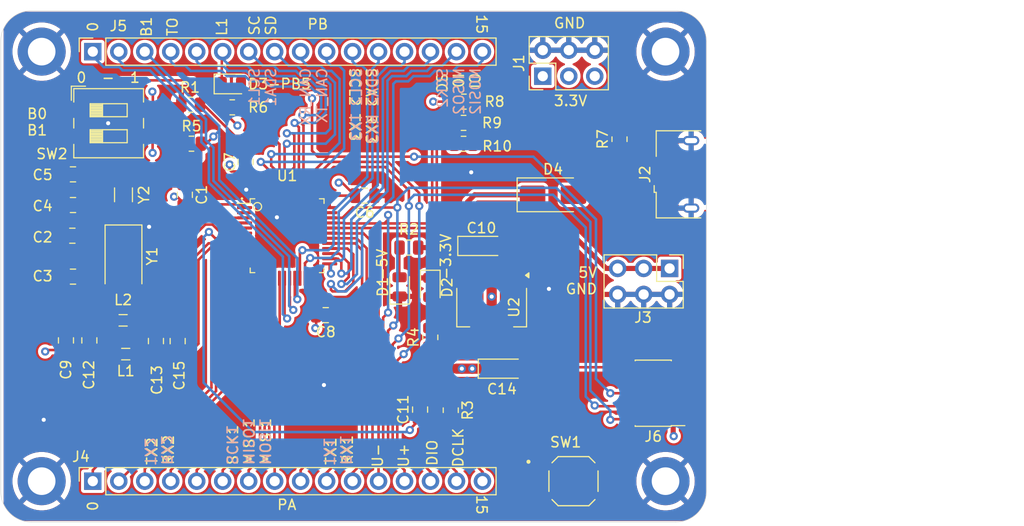
<source format=kicad_pcb>
(kicad_pcb (version 20240108) (generator "pcbnew") (generator_version "8.0")
  (title_block (date "2020-07-01") (rev "0.0.2"))
  (layers (0 "F.Cu" signal) (1 "In1.Cu" power) (2 "In2.Cu" power) (31 "B.Cu" signal) (34 "B.Paste" user) (35 "F.Paste" user) (36 "B.SilkS" user "B.Silkscreen") (37 "F.SilkS" user "F.Silkscreen") (38 "B.Mask" user) (39 "F.Mask" user) (44 "Edge.Cuts" user))
  (net 0 "")
  (net 1 "VCC")
  (net 2 "GND")
  (net 3 "+5V")
  (net 4 "GNDA")
  (net 5 "/STM32F103CB/OSC_IN")
  (net 6 "/STM32F103CB/OSC_OUT")
  (net 7 "/STM32F103CB/OSC32_IN")
  (net 8 "/PB5")
  (net 9 "/STM32F103CB/OSC32_OUT")
  (net 10 "/STM32F103CB/RST")
  (net 11 "Net-(D1-A)")
  (net 12 "Net-(D2-A)")
  (net 13 "Net-(D3-A)")
  (net 14 "/PA12")
  (net 15 "/PA11")
  (net 16 "/PB9")
  (net 17 "/PB8")
  (net 18 "/PB7")
  (net 19 "/PB6")
  (net 20 "/PB4")
  (net 21 "/PB3")
  (net 22 "/PA15")
  (net 23 "/PA14")
  (net 24 "/PA13")
  (net 25 "/PA10")
  (net 26 "/PA9")
  (net 27 "/PA8")
  (net 28 "/PB15")
  (net 29 "/PB14")
  (net 30 "/PB13")
  (net 31 "/PB12")
  (net 32 "/PB11")
  (net 33 "/PB10")
  (net 34 "/PB1")
  (net 35 "/PB0")
  (net 36 "/PA7")
  (net 37 "/PA6")
  (net 38 "/PA5")
  (net 39 "/PA4")
  (net 40 "/PA3")
  (net 41 "/PA2")
  (net 42 "/PA1")
  (net 43 "/PA0")
  (net 44 "/USB/USB_P")
  (net 45 "/USB/USB_N")
  (net 46 "/STM32F103CB/BOOT0")
  (net 48 "/STM32F103CB/PC13")
  (net 49 "/PB2")
  (net 51 "/STM32F103CB/_VDDA")
  (net 52 "unconnected-(J2-ID-Pad4)")
  (net 53 "/USB/VCC_USB")
  (footprint "MountingHole:MountingHole_2.7mm_M2.5_DIN965_Pad" (layer "F.Cu") (at 165 116)
    (property "Reference" "H2" (hide yes))
    (property "Value" "MountingHole" (hide yes))
  )
  (footprint "MountingHole:MountingHole_2.7mm_M2.5_DIN965_Pad" (layer "F.Cu") (at 165 74)
    (property "Reference" "H1" (hide yes))
    (property "Value" "MountingHole" (hide yes))
  )
  (footprint "MountingHole:MountingHole_2.7mm_M2.5_DIN965_Pad" (layer "F.Cu") (at 104 74)
    (property "Reference" "H3" (hide yes))
    (property "Value" "MountingHole" (hide yes))
  )
  (footprint "MountingHole:MountingHole_2.7mm_M2.5_DIN965_Pad" (layer "F.Cu") (at 104 116)
    (property "Reference" "H4" (hide yes))
    (property "Value" "MountingHole" (hide yes))
  )
  (footprint "Crystal:Crystal_SMD_5032-2Pin_5.0x3.2mm" (layer "F.Cu") (at 112 94 -90)
    (property "Reference" "Y1")
    (property "Value" "8MHz")
  )
  (footprint "Resistor_SMD:R_0805_2012Metric" (layer "F.Cu") (at 122.632 79.446)
    (property "Reference" "R6")
    (property "Value" "1K")
  )
  (footprint "Crystal:Crystal_SMD_3215-2Pin_3.2x1.5mm" (layer "F.Cu") (at 112 88 -90)
    (property "Reference" "Y2")
    (property "Value" "32.768kHz")
  )
  (footprint "Capacitor_Tantalum_SMD:CP_EIA-3216-18_Kemet-A" (layer "F.Cu") (at 149 105)
    (property "Reference" "C14")
    (property "Value" "10uf")
  )
  (footprint "Capacitor_SMD:C_0805_2012Metric" (layer "F.Cu") (at 115.174 102.3005 90)
    (property "Reference" "C13")
    (property "Value" "1uF")
  )
  (footprint "Capacitor_SMD:C_0805_2012Metric" (layer "F.Cu") (at 107.0625 86 180)
    (property "Reference" "C5")
    (property "Value" "10pf")
  )
  (footprint "Capacitor_SMD:C_0805_2012Metric" (layer "F.Cu") (at 118 88 -90)
    (property "Reference" "C1")
    (property "Value" "100nf")
  )
  (footprint "Resistor_SMD:R_0805_2012Metric" (layer "F.Cu") (at 139.904 93.162 180)
    (property "Reference" "R2")
    (property "Value" "10K")
  )
  (footprint "Capacitor_SMD:C_0805_2012Metric" (layer "F.Cu") (at 131.776 99.766 180)
    (property "Reference" "C8")
    (property "Value" "100nf")
  )
  (footprint "Capacitor_SMD:C_0805_2012Metric" (layer "F.Cu") (at 106.376 102.238 90)
    (property "Reference" "C9")
    (property "Value" "1uF")
  )
  (footprint "Resistor_SMD:R_0805_2012Metric" (layer "F.Cu") (at 160.5 82.5625 90)
    (property "Reference" "R7")
    (property "Value" "100K")
  )
  (footprint "Resistor_SMD:R_0805_2012Metric" (layer "F.Cu") (at 144 109.0625 -90)
    (property "Reference" "R3")
    (property "Value" "10K")
  )
  (footprint "LED_SMD:LED_0805_2012Metric" (layer "F.Cu") (at 142 97.0625 -90)
    (property "Reference" "D2")
    (property "Value" "BLUE")
  )
  (footprint "Resistor_SMD:R_0805_2012Metric" (layer "F.Cu") (at 142 101.9375 90)
    (property "Reference" "R4")
    (property "Value" "1K")
  )
  (footprint "Resistor_SMD:R_0805_2012Metric" (layer "F.Cu") (at 118.568 79.192 180)
    (property "Reference" "R1")
    (property "Value" "10K")
  )
  (footprint "Package_TO_SOT_SMD:SOT-223-3_TabPin2" (layer "F.Cu") (at 148 99 -90)
    (property "Reference" "U2")
    (property "Value" "AMS1117-3.3")
  )
  (footprint "STM32103_Devel:SW_PTS526_SM08_SMTR2_LFS" (layer "F.Cu") (at 156 116)
    (property "Reference" "SW1")
    (property "Value" "SW_Push")
  )
  (footprint "Resistor_SMD:R_0805_2012Metric" (layer "F.Cu") (at 118.6465 83.002 180)
    (property "Reference" "R5")
    (property "Value" "10K")
  )
  (footprint "Capacitor_SMD:C_0805_2012Metric" (layer "F.Cu") (at 107.0625 96 180)
    (property "Reference" "C3")
    (property "Value" "20pf")
  )
  (footprint "LED_SMD:LED_0805_2012Metric" (layer "F.Cu") (at 122.5535 77.16)
    (property "Reference" "D3")
    (property "Value" "GREEN")
  )
  (footprint "Resistor_SMD:R_0805_2012Metric" (layer "F.Cu") (at 145.254 80.97)
    (property "Reference" "R9")
    (property "Value" "20")
  )
  (footprint "LED_SMD:LED_0805_2012Metric" (layer "F.Cu") (at 139 97 90)
    (property "Reference" "D1")
    (property "Value" "RED")
  )
  (footprint "Capacitor_SMD:C_0805_2012Metric" (layer "F.Cu") (at 108.662 102.238 90)
    (property "Reference" "C12")
    (property "Value" "10nF")
  )
  (footprint "STM32103_Devel:LQFP-48_7x7mm_P0.5mm" (layer "F.Cu") (at 128 92)
    (property "Reference" "U1")
    (property "Value" "STM32F103CBTx")
  )
  (footprint "Capacitor_SMD:C_0805_2012Metric" (layer "F.Cu") (at 107.0625 89 180)
    (property "Reference" "C4")
    (property "Value" "10pf")
  )
  (footprint "Inductor_SMD:L_0805_2012Metric" (layer "F.Cu") (at 111.964 100.274 180)
    (property "Reference" "L2")
    (property "Value" "10uH")
  )
  (footprint "Diode_SMD:D_SMA" (layer "F.Cu") (at 154 88)
    (property "Reference" "D4")
    (property "Value" "ss14")
  )
  (footprint "Capacitor_SMD:C_0805_2012Metric" (layer "F.Cu") (at 107 92 180)
    (property "Reference" "C2")
    (property "Value" "20pf")
  )
  (footprint "Capacitor_SMD:C_0805_2012Metric" (layer "F.Cu") (at 141 109 90)
    (property "Reference" "C11")
    (property "Value" "100nf")
  )
  (footprint "Capacitor_Tantalum_SMD:CP_EIA-3216-18_Kemet-A" (layer "F.Cu") (at 147 93)
    (property "Reference" "C10")
    (property "Value" "10uf")
  )
  (footprint "Inductor_SMD:L_0805_2012Metric" (layer "F.Cu") (at 112.218 103.576 180)
    (property "Reference" "L1")
    (property "Value" "10uH")
  )
  (footprint "Resistor_SMD:R_0805_2012Metric" (layer "F.Cu") (at 145.284 78.89 180)
    (property "Reference" "R8")
    (property "Value" "1K5")
  )
  (footprint "Capacitor_SMD:C_0805_2012Metric" (layer "F.Cu") (at 135.586 88.082 180)
    (property "Reference" "C6")
    (property "Value" "100nf")
  )
  (footprint "Connector_USB:USB_Micro-B_Amphenol_10118193-0001LF_Horizontal" (layer "F.Cu") (at 167.5 86 90)
    (property "Reference" "J2")
    (property "Value" "USB_B_Micro")
  )
  (footprint "Capacitor_SMD:C_0805_2012Metric" (layer "F.Cu") (at 117.298 102.306 90)
    (property "Reference" "C15")
    (property "Value" "10nF")
  )
  (footprint "Resistor_SMD:R_0805_2012Metric" (layer "F.Cu") (at 145.254 83.016 180)
    (property "Reference" "R10")
    (property "Value" "20")
  )
  (footprint "Capacitor_SMD:C_0805_2012Metric" (layer "F.Cu") (at 123.9375 84.78 -90)
    (property "Reference" "C7")
    (property "Value" "100nf")
  )
  (footprint "Connector_PinSocket_2.54mm:PinSocket_1x16_P2.54mm_Vertical" (layer "F.Cu") (at 109 74 90)
    (property "Reference" "J5")
    (property "Value" "Conn_01x16")
  )
  (footprint "Connector_PinSocket_2.54mm:PinSocket_1x16_P2.54mm_Vertical" (layer "F.Cu") (at 109 116 90)
    (property "Reference" "J4")
    (property "Value" "Conn_01x16")
  )
  (footprint "Connector_PinHeader_1.27mm:PinHeader_2x05_P1.27mm_Vertical_SMD" (layer "F.Cu") (at 163.8 107.4 180)
    (property "Reference" "J6")
    (property "Value" "Conn_02x05 Odd_Even")
  )
  (footprint "Button_Switch_SMD:SW_DIP_SPSTx02_Slide_6.7x6.64mm_W8.61mm_P2.54mm_LowProfile" (layer "F.Cu") (at 110.55 81)
    (property "Reference" "SW2")
    (property "Value" "SW_DIP_x02")
  )
  (footprint "Connector_PinHeader_2.54mm:PinHeader_2x03_P2.54mm_Vertical" (layer "F.Cu") (at 153 76.4 90)
    (property "Reference" "J1")
    (property "Value" "Conn_02x03_Counter_Clockwise")
  )
  (footprint "Connector_PinHeader_2.54mm:PinHeader_2x03_P2.54mm_Vertical" (layer "F.Cu") (at 165.4 95.2 -90)
    (property "Reference" "J3")
    (property "Value" "Conn_02x03_Counter_Clockwise")
  )
  (gr_line (start 166 70) (end 103 70) (stroke (width 0.05)) (layer "Edge.Cuts"))
  (gr_line (start 100 117) (end 100 73) (stroke (width 0.05)) (layer "Edge.Cuts"))
  (gr_line (start 166 120) (end 103 120) (stroke (width 0.05)) (layer "Edge.Cuts"))
  (gr_line (start 169 73) (end 169 117) (stroke (width 0.05)) (layer "Edge.Cuts"))
  (gr_arc (start 100 73) (mid 100.87868 70.87868) (end 103 70) (stroke (width 0.05)) (layer "Edge.Cuts"))
  (gr_arc (start 169 117) (mid 168.12132 119.12132) (end 166 120) (stroke (width 0.05)) (layer "Edge.Cuts"))
  (gr_arc (start 166 70) (mid 168.12132 70.87868) (end 169 73) (stroke (width 0.05)) (layer "Edge.Cuts"))
  (gr_arc (start 103 120) (mid 100.87868 119.12132) (end 100 117) (stroke (width 0.05)) (layer "Edge.Cuts"))
  (gr_text "SCK2\nMISO2\nMOSI2" (at 147 75.5 90) (layer "B.SilkS") (effects (font (size 1 1)) (justify left bottom mirror)))
  (gr_text "SCL1\nSDA1" (at 127 75.5 90) (layer "B.SilkS") (effects (font (size 1 1)) (justify left bottom mirror)))
  (gr_text "RX1\nTX1\n" (at 131.5 114.5 270) (layer "B.SilkS") (effects (font (size 1 1)) (justify left bottom mirror)))
  (gr_text "SCL2 TX3\nSDA2 RX3" (at 137 75.5 90) (layer "B.SilkS") (effects (font (size 1 1)) (justify left bottom mirror)))
  (gr_text "MOSI1\nMISO1\nSCK1" (at 122 114.5 -90) (layer "B.SilkS") (effects (font (size 1 1)) (justify left bottom mirror)))
  (gr_text "CAN_RX\nCAN_TX" (at 132 75.5 90) (layer "B.SilkS") (effects (font (size 1 1)) (justify left bottom mirror)))
  (gr_text "RX2\nTX2\n" (at 114 114.5 270) (layer "B.SilkS") (effects (font (size 1 1)) (justify left bottom mirror)))
  (gr_text "0  -  1" (at 110.5 76.5406 0) (layer "F.SilkS") (effects (font (size 1 1))))
  (gr_text "-PB5" (at 128.22 77.16 0) (layer "F.SilkS") (effects (font (size 1 1))))
  (gr_text "DCLK" (at 144.73 112.72 90) (layer "F.SilkS") (effects (font (size 1 1))))
  (gr_text "15" (at 147.016 71.318 270) (layer "F.SilkS") (effects (font (size 1 1))))
  (gr_text "B0\nB1" (at 103.556 80.884 0) (layer "F.SilkS") (effects (font (size 1 1))))
  (gr_text "0" (at 108.916 71.572 270) (layer "F.SilkS") (effects (font (size 1 1))))
  (gr_text "U+" (at 139.396 113.482 90) (layer "F.SilkS") (effects (font (size 1 1))))
  (gr_text "15" (at 147.016 118.308 270) (layer "F.SilkS") (effects (font (size 1 1))))
  (gr_text "0" (at 108.916 118.435 270) (layer "F.SilkS") (effects (font (size 1 1))))
  (gr_text "DIO" (at 142.19 113.228 90) (layer "F.SilkS") (effects (font (size 1 1))))
  (gr_text "B1" (at 114.25 71.572 90) (layer "F.SilkS") (effects (font (size 1 1))))
  (gr_text "L1" (at 121.616 71.572 90) (layer "F.SilkS") (effects (font (size 1 1))))
  (gr_text "TO" (at 116.79 71.572 90) (layer "F.SilkS") (effects (font (size 1 1))))
  (gr_text "PB" (at 131 71.318 0) (layer "F.SilkS") (effects (font (size 1 1))))
  (gr_text "PA" (at 127.966 118.308 0) (layer "F.SilkS") (effects (font (size 1 1))))
  (gr_text "U-" (at 136.856 113.482 90) (layer "F.SilkS") (effects (font (size 1 1))))
  (gr_text "TX2\nRX2" (at 117 114.5 90) (layer "F.SilkS") (effects (font (size 1 1)) (justify left bottom)))
  (gr_text "SCK1\nMISO1\nMOSI1" (at 126.5 114.5 90) (layer "F.SilkS") (effects (font (size 1 1)) (justify left bottom)))
  (gr_text "SDA2 RX3\nSCL2 TX3" (at 134 75.5 270) (layer "F.SilkS") (effects (font (size 1 1)) (justify left bottom)))
  (gr_text "GND" (at 154 71.8 0) (layer "F.SilkS") (effects (font (size 1 1)) (justify left bottom)))
  (gr_text "-3.3V" (at 143.523 94.051 90) (layer "F.SilkS") (effects (font (size 1 1))))
  (gr_text "OI\nI0\nSC" (at 142.5 76 270) (layer "F.SilkS") (effects (font (size 1 1)) (justify left bottom)))
  (gr_text "3.3V" (at 154 79.4 0) (layer "F.SilkS") (effects (font (size 1 1)) (justify left bottom)))
  (gr_text "-5V" (at 137.3 94.813 90) (layer "F.SilkS") (effects (font (size 1 1))))
  (gr_text "5V\nGND" (at 158.4 97.8 0) (layer "F.SilkS") (effects (font (size 1 1)) (justify right bottom)))
  (gr_text "TX1\nRX1" (at 134.5 114.5 90) (layer "F.SilkS") (effects (font (size 1 1)) (justify left bottom)))
  (gr_text "SC\nSD" (at 127 72.5 90) (layer "F.SilkS") (effects (font (size 1 1)) (justify left bottom)))
  (segment (start 130.8385 100.9575) (end 130.76 101.036) (width 0.25) (layer "F.Cu") (net 1))
  (segment (start 123.525 88.9375) (end 123.8375 89.25) (width 0.25) (layer "F.Cu") (net 1))
  (segment (start 118 88.9375) (end 123.525 88.9375) (width 0.25) (layer "F.Cu") (net 1))
  (segment (start 121.6945 79.7785) (end 123.14 81.224) (width 0.25) (layer "F.Cu") (net 1))
  (segment (start 122.5535 85.7175) (end 123.9375 85.7175) (width 0.25) (layer "F.Cu") (net 1))
  (segment (start 122.378 85.034) (end 122.378 85.542) (width 0.25) (layer "F.Cu") (net 1))
  (segment (start 123.9375 85.7175) (end 124.8395 85.7175) (width 0.25) (layer "F.Cu") (net 1))
  (segment (start 132.1625 89.25) (end 132.1625 88.4575) (width 0.25) (layer "F.Cu") (net 1))
  (segment (start 130.75 96.1625) (end 130.75 99.6775) (width 0.25) (layer "F.Cu") (net 1))
  (segment (start 132.1625 88.4575) (end 132.538 88.082) (width 0.25) (layer "F.Cu") (net 1))
  (segment (start 130.75 99.6775) (end 130.8385 99.766) (width 0.25) (layer "F.Cu") (net 1))
  (segment (start 122.378 85.542) (end 122.5535 85.7175) (width 0.25) (layer "F.Cu") (net 1))
  (segment (start 145.084 105) (end 144.576 105) (width 1) (layer "F.Cu") (net 1))
  (segment (start 117.244057 88.181557) (end 116.944443 88.181557) (width 0.25) (layer "F.Cu") (net 1))
  (segment (start 132.538 88.082) (end 134.6485 88.082) (width 0.25) (layer "F.Cu") (net 1))
  (segment (start 121.6945 79.446) (end 121.6945 79.7785) (width 0.25) (layer "F.Cu") (net 1))
  (segment (start 125.25 86.128) (end 125.25 87.8375) (width 0.25) (layer "F.Cu") (net 1))
  (segment (start 124.8395 85.7175) (end 125.25 86.128) (width 0.25) (layer "F.Cu") (net 1))
  (segment (start 106.376 103.1755) (end 104.4905 103.1755) (width 0.25) (layer "F.Cu") (net 1))
  (segment (start 104.4905 103.1755) (end 104.344 103.322) (width 0.25) (layer "F.Cu") (net 1))
  (segment (start 108.662 103.1755) (end 106.376 103.1755) (width 0.25) (layer "F.Cu") (net 1))
  (segment (start 111.2805 103.576) (end 109.0625 103.576) (width 0.25) (layer "F.Cu") (net 1))
  (segment (start 109.0625 103.576) (end 108.662 103.1755) (width 0.25) (layer "F.Cu") (net 1))
  (segment (start 146.1 105) (end 145.084 105) (width 1) (layer "F.Cu") (net 1))
  (segment (start 143.968 104.084) (end 143.968 104.392) (width 0.25) (layer "F.Cu") (net 1))
  (segment (start 143.968 104.392) (end 144.576 105) (width 0.25) (layer "F.Cu") (net 1))
  (segment (start 142 102.875) (end 142.759 102.875) (width 0.25) (layer "F.Cu") (net 1))
  (segment (start 142.759 102.875) (end 143.968 104.084) (width 0.25) (layer "F.Cu") (net 1))
  (segment (start 144.576 105) (end 144 105.576) (width 0.25) (layer "F.Cu") (net 1))
  (segment (start 144 105.576) (end 144 108.125) (width 0.25) (layer "F.Cu") (net 1))
  (segment (start 147.65 105) (end 146.1 105) (width 1) (layer "F.Cu") (net 1))
  (segment (start 147.65 105) (end 147.65 102.5) (width 1) (layer "F.Cu") (net 1))
  (segment (start 147.65 102.5) (end 148 102.15) (width 0.25) (layer "F.Cu") (net 1))
  (segment (start 134.6485 88.082) (end 133.3785 86.812) (width 0.25) (layer "F.Cu") (net 1))
  (segment (start 133.3785 86.812) (end 133.046 86.812) (width 0.25) (layer "F.Cu") (net 1))
  (segment (start 118 88.9375) (end 117.244057 88.181557) (width 0.25) (layer "F.Cu") (net 1))
  (segment (start 148 97.956) (end 148 102.15) (width 1) (layer "F.Cu") (net 1))
  (segment (start 148 95.85) (end 148 97.956) (width 1) (layer "F.Cu") (net 1))
  (segment (start 130.8385 99.766) (end 130.8385 100.9575) (width 0.25) (layer "F.Cu") (net 1))
  (segment (start 165.75 111.55) (end 165.8 111.6) (width 0.5) (layer "F.Cu") (net 1))
  (segment (start 114.8463 83.9066) (end 114.8463 82.217) (width 0.25) (layer "F.Cu") (net 1))
  (segment (start 114.8712 79.6521) (end 114.8712 77.9625) (width 0.25) (layer "F.Cu") (net 1))
  (segment (start 114.8712 77.9625) (end 114.8209 77.9122) (width 0.25) (layer "F.Cu") (net 1))
  (segment (start 165.75 109.94) (end 165.75 111.55) (width 0.5) (layer "F.Cu") (net 1))
  (segment (start 144.3465 78.89) (end 142.284 78.89) (width 0.25) (layer "F.Cu") (net 1))
  (segment (start 114.8463 82.217) (end 114.8712 82.1921) (width 0.25) (layer "F.Cu") (net 1))
  (via (at 133.046 86.812) (size 0.8) (drill 0.4) (layers "F.Cu" "B.Cu") (net 1))
  (via (at 123.14 81.224) (size 0.8) (drill 0.4) (layers "F.Cu" "B.Cu") (net 1))
  (via (at 122.378 85.034) (size 0.8) (drill 0.4) (layers "F.Cu" "B.Cu") (net 1))
  (via (at 130.76 101.036) (size 0.8) (drill 0.4) (layers "F.Cu" "B.Cu") (net 1))
  (via (at 116.944443 88.181557) (size 0.8) (drill 0.4) (layers "F.Cu" "B.Cu") (net 1))
  (via (at 104.344 103.322) (size 0.8) (drill 0.4) (layers "F.Cu" "B.Cu") (net 1))
  (via (at 142.284 78.89) (size 0.8) (drill 0.4) (layers "F.Cu" "B.Cu") (net 1))
  (via (at 145.084 105) (size 0.8) (drill 0.4) (layers "F.Cu" "B.Cu") (net 1))
  (via (at 146.1 105) (size 0.8) (drill 0.4) (layers "F.Cu" "B.Cu") (net 1))
  (via (at 114.8463 83.9066) (size 0.8) (drill 0.4) (layers "F.Cu" "B.Cu") (net 1))
  (via (at 148 97.956) (size 0.8) (drill 0.4) (layers "F.Cu" "B.Cu") (net 1))
  (via (at 114.8209 77.9122) (size 0.8) (drill 0.4) (layers "F.Cu" "B.Cu") (net 1))
  (via (at 165.8 111.6) (size 0.8) (drill 0.4) (layers "F.Cu" "B.Cu") (net 1))
  (segment (start 117.298 79.192) (end 117.6305 79.192) (width 0.25) (layer "F.Cu") (net 2))
  (segment (start 117.552 83.002) (end 117.709 83.002) (width 0.25) (layer "F.Cu") (net 2))
  (segment (start 125.75 87.8375) (end 125.75 88.914) (width 0.25) (layer "F.Cu") (net 2))
  (segment (start 130.25 96.1625) (end 130.25 97.736) (width 0.25) (layer "F.Cu") (net 2))
  (segment (start 130.25 97.736) (end 130.125 97.861) (width 0.25) (layer "F.Cu") (net 2))
  (segment (start 131.666 89.75) (end 131.64101 89.72501) (width 0.25) (layer "F.Cu") (net 2))
  (segment (start 132.1625 89.75) (end 132.174 89.75) (width 0.25) (layer "F.Cu") (net 2))
  (segment (start 131.64101 89.72501) (end 131.14899 89.72501) (width 0.25) (layer "F.Cu") (net 2))
  (segment (start 132.174 89.75) (end 132.19899 89.72501) (width 0.25) (layer "F.Cu") (net 2))
  (segment (start 132.1625 89.75) (end 131.666 89.75) (width 0.25) (layer "F.Cu") (net 2))
  (via (at 114.504 91.13) (size 0.8) (drill 0.4) (layers "F.Cu" "B.Cu") (net 2))
  (via (at 153.6 97.2) (size 0.8) (drill 0.4) (layers "F.Cu" "B.Cu") (net 2))
  (via (at 146 85.8) (size 0.8) (drill 0.4) (layers "F.Cu" "B.Cu") (net 2))
  (via (at 104.2 110) (size 0.8) (drill 0.4) (layers "F.Cu" "B.Cu") (net 2))
  (via (at 124 87.5) (size 0.8) (drill 0.4) (layers "F.Cu" "B.Cu") (net 2))
  (via (at 126.378 78.811) (size 0.8) (drill 0.4) (layers "F.Cu" "B.Cu") (net 2))
  (via (at 127 90.2) (size 0.8) (drill 0.4) (layers "F.Cu" "B.Cu") (net 2))
  (via (at 131.6 106.6) (size 0.8) (drill 0.4) (layers "F.Cu" "B.Cu") (net 2))
  (via (at 110.5 81) (size 0.8) (drill 0.4) (layers "F.Cu" "B.Cu") (net 2))
  (segment (start 143.368 93) (end 143.206 93.162) (width 0.5) (layer "F.Cu") (net 3))
  (segment (start 143.206 93.162) (end 140.8415 93.162) (width 0.5) (layer "F.Cu") (net 3))
  (segment (start 145.65 93) (end 143.368 93) (width 0.5) (layer "F.Cu") (net 3))
  (segment (start 145.65 93) (end 145.65 95.8) (width 0.5) (layer "F.Cu") (net 3))
  (segment (start 145.65 95.8) (end 145.7 95.85) (width 0.5) (layer "F.Cu") (net 3))
  (segment (start 162.86 95.2) (end 160.32 95.2) (width 0.5) (layer "F.Cu") (net 3))
  (segment (start 160.32 95.2) (end 159.2 95.2) (width 0.5) (layer "F.Cu") (net 3))
  (segment (start 152 88) (end 146.336 88) (width 0.5) (layer "F.Cu") (net 3))
  (segment (start 159.2 95.2) (end 152 88) (width 0.5) (layer "F.Cu") (net 3))
  (segment (start 145.65 88.686) (end 145.65 93) (width 0.5) (layer "F.Cu") (net 3))
  (segment (start 146.336 88) (end 145.65 88.686) (width 0.5) (layer "F.Cu") (net 3))
  (segment (start 165.4 95.2) (end 162.86 95.2) (width 0.5) (layer "F.Cu") (net 3))
  (segment (start 117.298 101.3685) (end 117.298 95.759005) (width 0.25) (layer "F.Cu") (net 4))
  (segment (start 117.298 95.759005) (end 120.312677 92.744328) (width 0.25) (layer "F.Cu") (net 4))
  (segment (start 120.312677 92.744328) (end 123.831828 92.744328) (width 0.25) (layer "F.Cu") (net 4))
  (segment (start 123.831828 92.744328) (end 123.8375 92.75) (width 0.25) (layer "F.Cu") (net 4))
  (segment (start 115.174 101.363) (end 117.2925 101.363) (width 0.25) (layer "F.Cu") (net 4))
  (segment (start 117.2925 101.363) (end 117.298 101.3685) (width 0.25) (layer "F.Cu") (net 4))
  (segment (start 114.758 100.274) (end 115.174 100.69) (width 0.25) (layer "F.Cu") (net 4))
  (segment (start 115.174 100.69) (end 115.174 101.363) (width 0.25) (layer "F.Cu") (net 4))
  (segment (start 112.9015 100.274) (end 114.758 100.274) (width 0.25) (layer "F.Cu") (net 4))
  (segment (start 118.124587 92.15) (end 112 92.15) (width 0.25) (layer "F.Cu") (net 5))
  (segment (start 119.816259 90.458328) (end 118.124587 92.15) (width 0.25) (layer "F.Cu") (net 5))
  (segment (start 120.885063 90.458328) (end 119.816259 90.458328) (width 0.25) (layer "F.Cu") (net 5))
  (segment (start 121.676735 91.25) (end 120.885063 90.458328) (width 0.25) (layer "F.Cu") (net 5))
  (segment (start 123.8375 91.25) (end 121.676735 91.25) (width 0.25) (layer "F.Cu") (net 5))
  (segment (start 107.9375 92) (end 111.85 92) (width 0.25) (layer "F.Cu") (net 5))
  (segment (start 111.85 92) (end 112 92.15) (width 0.25) (layer "F.Cu") (net 5))
  (segment (start 121.540324 91.75) (end 123.8375 91.75) (width 0.25) (layer "F.Cu") (net 6))
  (segment (start 120.698663 90.908339) (end 121.540324 91.75) (width 0.25) (layer "F.Cu") (net 6))
  (segment (start 120.002659 90.908339) (end 120.698663 90.908339) (width 0.25) (layer "F.Cu") (net 6))
  (segment (start 115.060998 95.85) (end 120.002659 90.908339) (width 0.25) (layer "F.Cu") (net 6))
  (segment (start 112 95.85) (end 115.060998 95.85) (width 0.25) (layer "F.Cu") (net 6))
  (segment (start 108 96) (end 111.85 96) (width 0.25) (layer "F.Cu") (net 6))
  (segment (start 111.85 96) (end 112 95.85) (width 0.25) (layer "F.Cu") (net 6))
  (segment (start 112 89.25) (end 113.012317 90.262317) (width 0.25) (layer "F.Cu") (net 7))
  (segment (start 121.071463 90.008317) (end 121.813146 90.75) (width 0.25) (layer "F.Cu") (net 7))
  (segment (start 108 89) (end 111.75 89) (width 0.25) (layer "F.Cu") (net 7))
  (segment (start 111.75 89) (end 112 89.25) (width 0.25) (layer "F.Cu") (net 7))
  (segment (start 119.375859 90.262317) (end 119.629859 90.008317) (width 0.25) (layer "F.Cu") (net 7))
  (segment (start 119.629859 90.008317) (end 121.071463 90.008317) (width 0.25) (layer "F.Cu") (net 7))
  (segment (start 121.813146 90.75) (end 123.8375 90.75) (width 0.25) (layer "F.Cu") (net 7))
  (segment (start 113.012317 90.262317) (end 119.375859 90.262317) (width 0.25) (layer "F.Cu") (net 7))
  (segment (start 129.150011 81.392011) (end 129.150011 85.627989) (width 0.25) (layer "F.Cu") (net 8))
  (segment (start 129.150011 85.627989) (end 128.75 86.028) (width 0.25) (layer "F.Cu") (net 8))
  (segment (start 121.616 77.16) (end 121.616 74.084) (width 0.25) (layer "F.Cu") (net 8))
  (segment (start 128.75 86.028) (end 128.75 87.8375) (width 0.25) (layer "F.Cu") (net 8))
  (segment (start 128.728 80.97) (end 129.150011 81.392011) (width 0.25) (layer "F.Cu") (net 8))
  (segment (start 121.616 74.084) (end 121.7 74) (width 0.25) (layer "F.Cu") (net 8))
  (via (at 128.728 80.97) (size 0.8) (drill 0.4) (layers "F.Cu" "B.Cu") (net 8))
  (segment (start 128.728 76.398) (end 129.11861 76.78861) (width 0.25) (layer "B.Cu") (net 8))
  (segment (start 124.156 75.382) (end 124.664 75.89) (width 0.25) (layer "B.Cu") (net 8))
  (segment (start 130.88559 77.414) (end 131.522 77.414) (width 0.25) (layer "B.Cu") (net 8))
  (segment (start 124.664 75.89) (end 126.442 75.89) (width 0.25) (layer "B.Cu") (net 8))
  (segment (start 121.7 74.704) (end 122.378 75.382) (width 0.25) (layer "B.Cu") (net 8))
  (segment (start 131.776 77.668) (end 131.776 79.954) (width 0.25) (layer "B.Cu") (net 8))
  (segment (start 121.7 74) (end 121.7 74.704) (width 0.25) (layer "B.Cu") (net 8))
  (segment (start 126.95 76.398) (end 128.728 76.398) (width 0.25) (layer "B.Cu") (net 8))
  (segment (start 130.76 80.97) (end 128.728 80.97) (width 0.25) (layer "B.Cu") (net 8))
  (segment (start 122.378 75.382) (end 124.156 75.382) (width 0.25) (layer "B.Cu") (net 8))
  (segment (start 126.442 75.89) (end 126.95 76.398) (width 0.25) (layer "B.Cu") (net 8))
  (segment (start 131.776 79.954) (end 130.76 80.97) (width 0.25) (layer "B.Cu") (net 8))
  (segment (start 131.522 77.414) (end 131.776 77.668) (width 0.25) (layer "B.Cu") (net 8))
  (segment (start 130.2602 76.78861) (end 130.88559 77.414) (width 0.25) (layer "B.Cu") (net 8))
  (segment (start 129.11861 76.78861) (end 130.2602 76.78861) (width 0.25) (layer "B.Cu") (net 8))
  (segment (start 112 86.75) (end 113.68 86.75) (width 0.25) (layer "F.Cu") (net 9))
  (segment (start 113.68 86.75) (end 116.742306 89.812306) (width 0.25) (layer "F.Cu") (net 9))
  (segment (start 121.949556 90.25) (end 123.8375 90.25) (width 0.25) (layer "F.Cu") (net 9))
  (segment (start 116.742306 89.812306) (end 119.189459 89.812306) (width 0.25) (layer "F.Cu") (net 9))
  (segment (start 119.189459 89.812306) (end 119.443459 89.558306) (width 0.25) (layer "F.Cu") (net 9))
  (segment (start 119.443459 89.558306) (end 121.257863 89.558306) (width 0.25) (layer "F.Cu") (net 9))
  (segment (start 121.257863 89.558306) (end 121.949556 90.25) (width 0.25) (layer "F.Cu") (net 9))
  (segment (start 109 86) (end 109.75 86.75) (width 0.25) (layer "F.Cu") (net 9))
  (segment (start 109.75 86.75) (end 112 86.75) (width 0.25) (layer "F.Cu") (net 9))
  (segment (start 108 86) (end 109 86) (width 0.25) (layer "F.Cu") (net 9))
  (segment (start 120.96732 92.25) (end 120.350661 91.633341) (width 0.25) (layer "F.Cu") (net 10))
  (segment (start 123.8375 92.25) (end 120.96732 92.25) (width 0.25) (layer "F.Cu") (net 10))
  (segment (start 153 105.5) (end 153 110) (width 0.25) (layer "F.Cu") (net 10))
  (segment (start 146.934 109.5) (end 152.5 109.5) (width 0.25) (layer "F.Cu") (net 10))
  (segment (start 153 110) (end 153 114.15) (width 0.25) (layer "F.Cu") (net 10))
  (segment (start 141 109.9375) (end 143.9375 109.9375) (width 0.25) (layer "F.Cu") (net 10))
  (segment (start 159 114.15) (end 153 114.15) (width 0.25) (layer "F.Cu") (net 10))
  (segment (start 143.9375 109.9375) (end 144 110) (width 0.25) (layer "F.Cu") (net 10))
  (segment (start 161.85 104.86) (end 153.64 104.86) (width 0.25) (layer "F.Cu") (net 10))
  (segment (start 146.434 110) (end 146.934 109.5) (width 0.25) (layer "F.Cu") (net 10))
  (segment (start 140 110.9375) (end 141 109.9375) (width 0.25) (layer "F.Cu") (net 10))
  (segment (start 144 110) (end 146.434 110) (width 0.25) (layer "F.Cu") (net 10))
  (segment (start 140 111) (end 140 110.9375) (width 0.25) (layer "F.Cu") (net 10))
  (segment (start 153.64 104.86) (end 153 105.5) (width 0.25) (layer "F.Cu") (net 10))
  (segment (start 152.5 109.5) (end 153 110) (width 0.25) (layer "F.Cu") (net 10))
  (via (at 140 111) (size 0.8) (drill 0.4) (layers "F.Cu" "B.Cu") (net 10))
  (via (at 120.350661 91.633341) (size 0.8) (drill 0.4) (layers "F.Cu" "B.Cu") (net 10))
  (segment (start 120.350661 91.633341) (end 119.838 92.146002) (width 0.25) (layer "B.Cu") (net 10))
  (segment (start 139.804 111.196) (end 140 111) (width 0.25) (layer "B.Cu") (net 10))
  (segment (start 124.664 111.196) (end 139.804 111.196) (width 0.25) (layer "B.Cu") (net 10))
  (segment (start 119.838 92.146002) (end 119.838 106.37) (width 0.25) (layer "B.Cu") (net 10))
  (segment (start 119.838 106.37) (end 124.664 111.196) (width 0.25) (layer "B.Cu") (net 10))
  (segment (start 138.9665 93.162) (end 138.9665 96.029) (width 0.25) (layer "F.Cu") (net 11))
  (segment (start 138.9665 96.029) (end 139 96.0625) (width 0.25) (layer "F.Cu") (net 11))
  (segment (start 142 98) (end 142 101) (width 0.25) (layer "F.Cu") (net 12))
  (segment (start 123.491 77.16) (end 123.491 79.3675) (width 0.25) (layer "F.Cu") (net 13))
  (segment (start 123.491 79.3675) (end 123.5695 79.446) (width 0.25) (layer "F.Cu") (net 13))
  (segment (start 137.39001 113.76201) (end 137.39001 99.99399) (width 0.25) (layer "F.Cu") (net 14))
  (segment (start 138.126 114.498) (end 137.39001 113.76201) (width 0.25) (layer "F.Cu") (net 14))
  (segment (start 139.48 114.92) (end 139.058 114.498) (width 0.25) (layer "F.Cu") (net 14))
  (segment (start 137.39001 99.99399) (end 137.872 99.512) (width 0.25) (layer "F.Cu") (net 14))
  (segment (start 139.48 116) (end 139.48 114.92) (width 0.25) (layer "F.Cu") (net 14))
  (segment (start 139.058 114.498) (end 138.126 114.498) (width 0.25) (layer "F.Cu") (net 14))
  (segment (start 137.872 90.368) (end 137.872 89.969009) (width 0.25) (layer "F.Cu") (net 14))
  (segment (start 137.872 89.969009) (end 137.872 90.431) (width 0.25) (layer "F.Cu") (net 14))
  (segment (start 133.618 90.75) (end 132.1625 90.75) (width 0.25) (layer "F.Cu") (net 14))
  (segment (start 141.9466 90.79999) (end 137.50301 90.79999) (width 0.25) (layer "F.Cu") (net 14))
  (segment (start 137.872 90.431) (end 137.50301 90.79999) (width 0.25) (layer "F.Cu") (net 14))
  (segment (start 143.49651 81.78999) (end 142.701599 81.789991) (width 0.25) (layer "F.Cu") (net 14))
  (segment (start 144.3165 80.97) (end 143.49651 81.78999) (width 0.25) (layer "F.Cu") (net 14))
  (segment (start 137.50301 90.79999) (end 133.66799 90.79999) (width 0.25) (layer "F.Cu") (net 14))
  (segment (start 142.18399 82.3076) (end 142.18399 90.5626) (width 0.25) (layer "F.Cu") (net 14))
  (segment (start 142.18399 90.5626) (end 141.9466 90.79999) (width 0.25) (layer "F.Cu") (net 14))
  (segment (start 142.701599 81.789991) (end 142.18399 82.3076) (width 0.25) (layer "F.Cu") (net 14))
  (segment (start 133.66799 90.79999) (end 133.618 90.75) (width 0.25) (layer "F.Cu") (net 14))
  (via (at 137.872 89.969009) (size 0.8) (drill 0.4) (layers "F.Cu" "B.Cu") (net 14))
  (via (at 137.872 99.512) (size 0.8) (drill 0.4) (layers "F.Cu" "B.Cu") (net 14))
  (segment (start 137.872 99.512) (end 137.872 89.969009) (width 0.25) (layer "B.Cu") (net 14))
  (segment (start 143.5405 82.24) (end 144.282955 82.982455) (width 0.25) (layer "F.Cu") (net 15))
  (segment (start 142.634 82.494) (end 142.888 82.24) (width 0.25) (layer "F.Cu") (net 15))
  (segment (start 136.785 91.25) (end 142.133 91.25) (width 0.25) (layer "F.Cu") (net 15))
  (segment (start 136.94 91.405) (end 136.785 91.25) (width 0.25) (layer "F.Cu") (net 15))
  (segment (start 142.133 91.25) (end 142.634 90.749) (width 0.25) (layer "F.Cu") (net 15))
  (segment (start 142.634 90.749) (end 142.634 82.494) (width 0.25) (layer "F.Cu") (net 15))
  (segment (start 142.888 82.24) (end 143.5405 82.24) (width 0.25) (layer "F.Cu") (net 15))
  (segment (start 136.785 91.25) (end 132.1625 91.25) (width 0.25) (layer "F.Cu") (net 15))
  (segment (start 144.282955 82.982455) (end 144.3165 83.016) (width 0.25) (layer "F.Cu") (net 15))
  (segment (start 136.94 116) (end 136.94 91.405) (width 0.25) (layer "F.Cu") (net 15))
  (segment (start 126.25 87.8375) (end 126.25 85.606301) (width 0.25) (layer "F.Cu") (net 16))
  (segment (start 126.25 85.606301) (end 125.426 84.782301) (width 0.25) (layer "F.Cu") (net 16))
  (via (at 125.426 84.782301) (size 0.8) (drill 0.4) (layers "F.Cu" "B.Cu") (net 16))
  (segment (start 131.86 74.958) (end 131.86 74) (width 0.25) (layer "B.Cu") (net 16))
  (segment (start 133.576042 83.487958) (end 133.576042 75.867958) (width 0.25) (layer "B.Cu") (net 16))
  (segment (start 133.090084 75.382) (end 133.576042 75.867958) (width 0.25) (layer "B.Cu") (net 16))
  (segment (start 125.426 84.782301) (end 132.281699 84.782301) (width 0.25) (layer "B.Cu") (net 16))
  (segment (start 132.284 75.382) (end 131.86 74.958) (width 0.25) (layer "B.Cu") (net 16))
  (segment (start 133.046 75.382) (end 132.284 75.382) (width 0.25) (layer "B.Cu") (net 16))
  (segment (start 133.046 75.382) (end 133.090084 75.382) (width 0.25) (layer "B.Cu") (net 16))
  (segment (start 132.281699 84.782301) (end 133.576042 83.487958) (width 0.25) (layer "B.Cu") (net 16))
  (segment (start 126.442 84.018) (end 126.442 85.161891) (width 0.25) (layer "F.Cu") (net 17))
  (segment (start 126.442 85.161891) (end 126.75 85.469891) (width 0.25) (layer "F.Cu") (net 17))
  (segment (start 126.75 85.469891) (end 126.75 87.8375) (width 0.25) (layer "F.Cu") (net 17))
  (via (at 126.442 84.018) (size 0.8) (drill 0.4) (layers "F.Cu" "B.Cu") (net 17))
  (segment (start 133.126031 76.674041) (end 133.126031 82.921969) (width 0.25) (layer "B.Cu") (net 17))
  (segment (start 129.998 75.382) (end 131.268 75.382) (width 0.25) (layer "B.Cu") (net 17))
  (segment (start 132.03 84.018) (end 126.442 84.018) (width 0.25) (layer "B.Cu") (net 17))
  (segment (start 131.268 75.382) (end 131.776 75.89) (width 0.25) (layer "B.Cu") (net 17))
  (segment (start 133.126031 82.921969) (end 132.03 84.018) (width 0.25) (layer "B.Cu") (net 17))
  (segment (start 131.776 75.89) (end 132.34199 75.89) (width 0.25) (layer "B.Cu") (net 17))
  (segment (start 129.32 74.704) (end 129.998 75.382) (width 0.25) (layer "B.Cu") (net 17))
  (segment (start 129.32 74) (end 129.32 74.704) (width 0.25) (layer "B.Cu") (net 17))
  (segment (start 132.34199 75.89) (end 133.126031 76.674041) (width 0.25) (layer "B.Cu") (net 17))
  (segment (start 127.975 83.002) (end 127.75 83.227) (width 0.25) (layer "F.Cu") (net 18))
  (segment (start 127.75 83.227) (end 127.75 87.8375) (width 0.25) (layer "F.Cu") (net 18))
  (via (at 127.975 83.002) (size 0.8) (drill 0.4) (layers "F.Cu" "B.Cu") (net 18))
  (segment (start 130.75859 75.88859) (end 131.268 76.398) (width 0.25) (layer "B.Cu") (net 18))
  (segment (start 131.268 76.398) (end 132.03 76.398) (width 0.25) (layer "B.Cu") (net 18))
  (segment (start 132.03 76.398) (end 132.67602 77.04402) (width 0.25) (layer "B.Cu") (net 18))
  (segment (start 132.67602 77.04402) (end 132.67602 82.10198) (width 0.25) (layer "B.Cu") (net 18))
  (segment (start 126.78 74) (end 128.162 75.382) (width 0.25) (layer "B.Cu") (net 18))
  (segment (start 131.776 83.002) (end 127.975 83.002) (width 0.25) (layer "B.Cu") (net 18))
  (segment (start 132.67602 82.10198) (end 131.776 83.002) (width 0.25) (layer "B.Cu") (net 18))
  (segment (start 128.162 75.382) (end 128.984821 75.382) (width 0.25) (layer "B.Cu") (net 18))
  (segment (start 128.984821 75.382) (end 129.49141 75.88859) (width 0.25) (layer "B.Cu") (net 18))
  (segment (start 129.49141 75.88859) (end 130.75859 75.88859) (width 0.25) (layer "B.Cu") (net 18))
  (segment (start 128.700001 85.315999) (end 128.25 85.766) (width 0.25) (layer "F.Cu") (net 19))
  (segment (start 128.700001 82.145316) (end 128.700001 85.315999) (width 0.25) (layer "F.Cu") (net 19))
  (segment (start 128.25 85.766) (end 128.25 87.8375) (width 0.25) (layer "F.Cu") (net 19))
  (segment (start 128.540685 81.986) (end 128.700001 82.145316) (width 0.25) (layer "F.Cu") (net 19))
  (segment (start 127.975 81.986) (end 128.540685 81.986) (width 0.25) (layer "F.Cu") (net 19))
  (via (at 127.975 81.986) (size 0.8) (drill 0.4) (layers "F.Cu" "B.Cu") (net 19))
  (segment (start 132.226009 81.535991) (end 131.776 81.986) (width 0.25) (layer "B.Cu") (net 19))
  (segment (start 127.204 75.89) (end 128.856411 75.89) (width 0.25) (layer "B.Cu") (net 19))
  (segment (start 131.90159 76.906) (end 132.226009 77.230419) (width 0.25) (layer "B.Cu") (net 19))
  (segment (start 130.4466 76.3386) (end 131.014 76.906) (width 0.25) (layer "B.Cu") (net 19))
  (segment (start 129.30501 76.3386) (end 130.4466 76.3386) (width 0.25) (layer "B.Cu") (net 19))
  (segment (start 126.696 75.382) (end 127.204 75.89) (width 0.25) (layer "B.Cu") (net 19))
  (segment (start 125.622 75.382) (end 126.696 75.382) (width 0.25) (layer "B.Cu") (net 19))
  (segment (start 132.226009 77.230419) (end 132.226009 81.535991) (width 0.25) (layer "B.Cu") (net 19))
  (segment (start 128.856411 75.89) (end 129.30501 76.3386) (width 0.25) (layer "B.Cu") (net 19))
  (segment (start 124.24 74) (end 125.622 75.382) (width 0.25) (layer "B.Cu") (net 19))
  (segment (start 131.014 76.906) (end 131.90159 76.906) (width 0.25) (layer "B.Cu") (net 19))
  (segment (start 131.776 81.986) (end 127.975 81.986) (width 0.25) (layer "B.Cu") (net 19))
  (segment (start 129.49 81.09559) (end 129.49 80.208) (width 0.25) (layer "F.Cu") (net 20))
  (segment (start 129.25 87.8375) (end 129.25 86.16441) (width 0.25) (layer "F.Cu") (net 20))
  (segment (start 129.25 86.16441) (end 129.600021 85.814389) (width 0.25) (layer "F.Cu") (net 20))
  (segment (start 129.600021 81.205611) (end 129.49 81.09559) (width 0.25) (layer "F.Cu") (net 20))
  (segment (start 129.600021 85.814389) (end 129.600021 81.205611) (width 0.25) (layer "F.Cu") (net 20))
  (via (at 129.49 80.208) (size 0.8) (drill 0.4) (layers "F.Cu" "B.Cu") (net 20))
  (segment (start 124.53559 76.398) (end 126.188 76.398) (width 0.25) (layer "B.Cu") (net 20))
  (segment (start 130.75718 77.922) (end 131.014 77.922) (width 0.25) (layer "B.Cu") (net 20))
  (segment (start 122.24959 75.89) (end 123.902 75.89) (width 0.25) (layer "B.Cu") (net 20))
  (segment (start 123.902 75.89) (end 124.02759 75.89) (width 0.25) (layer "B.Cu") (net 20))
  (segment (start 131.014 77.922) (end 131.32599 78.23399) (width 0.25) (layer "B.Cu") (net 20))
  (segment (start 126.188 76.398) (end 126.696 76.906) (width 0.25) (layer "B.Cu") (net 20))
  (segment (start 128.59959 76.906) (end 128.932209 77.238619) (width 0.25) (layer "B.Cu") (net 20))
  (segment (start 119.584 75.382) (end 121.74159 75.382) (width 0.25) (layer "B.Cu") (net 20))
  (segment (start 119.16 74.958) (end 119.584 75.382) (width 0.25) (layer "B.Cu") (net 20))
  (segment (start 131.32599 78.23399) (end 131.32599 79.7676) (width 0.25) (layer "B.Cu") (net 20))
  (segment (start 128.93221 77.23862) (end 130.0738 77.23862) (width 0.25) (layer "B.Cu") (net 20))
  (segment (start 121.74159 75.382) (end 122.24959 75.89) (width 0.25) (layer "B.Cu") (net 20))
  (segment (start 126.696 76.906) (end 128.59959 76.906) (width 0.25) (layer "B.Cu") (net 20))
  (segment (start 128.932209 77.238619) (end 128.93221 77.23862) (width 0.25) (layer "B.Cu") (net 20))
  (segment (start 119.16 74) (end 119.16 74.958) (width 0.25) (layer "B.Cu") (net 20))
  (segment (start 130.0738 77.23862) (end 130.75718 77.922) (width 0.25) (layer "B.Cu") (net 20))
  (segment (start 124.02759 75.89) (end 124.53559 76.398) (width 0.25) (layer "B.Cu") (net 20))
  (segment (start 130.88559 80.208) (end 129.49 80.208) (width 0.25) (layer "B.Cu") (net 20))
  (segment (start 131.32599 79.7676) (end 130.88559 80.208) (width 0.25) (layer "B.Cu") (net 20))
  (segment (start 129.75 87.8375) (end 129.75 86.552) (width 0.25) (layer "F.Cu") (net 21))
  (segment (start 129.75 86.552) (end 132.03 84.272) (width 0.25) (layer "F.Cu") (net 21))
  (segment (start 132.03 84.272) (end 140.412 84.272) (width 0.25) (layer "F.Cu") (net 21))
  (segment (start 130.43584 83.69384) (end 131.014 84.272) (width 0.25) (layer "F.Cu") (net 21))
  (segment (start 130.43584 78.571897) (end 130.43584 83.69384) (width 0.25) (layer "F.Cu") (net 21))
  (segment (start 131.014 84.272) (end 132.03 84.272) (width 0.25) (layer "F.Cu") (net 21))
  (segment (start 161.85 107.4) (end 159.6 107.4) (width 0.25) (layer "F.Cu") (net 21))
  (via (at 140.412 84.272) (size 0.8) (drill 0.4) (layers "F.Cu" "B.Cu") (net 21))
  (via (at 130.43584 78.571897) (size 0.8) (drill 0.4) (layers "F.Cu" "B.Cu") (net 21))
  (via (at 159.6 107.4) (size 0.8) (drill 0.4) (layers "F.Cu" "B.Cu") (net 21))
  (segment (start 124.40718 76.906) (end 125.934 76.906) (width 0.25) (layer "B.Cu") (net 21))
  (segment (start 126.442 77.414) (end 128.47118 77.414) (width 0.25) (layer "B.Cu") (net 21))
  (segment (start 116.62 74.958) (end 117.044 75.382) (width 0.25) (layer "B.Cu") (net 21))
  (segment (start 116.62 74) (end 116.62 74.958) (width 0.25) (layer "B.Cu") (net 21))
  (segment (start 128.47118 77.414) (end 128.745808 77.688628) (width 0.25) (layer "B.Cu") (net 21))
  (segment (start 129.552571 77.688628) (end 130.43584 78.571897) (width 0.25) (layer "B.Cu") (net 21))
  (segment (start 118.568 75.89) (end 121.61318 75.89) (width 0.25) (layer "B.Cu") (net 21))
  (segment (start 122.12118 76.398) (end 123.89918 76.398) (width 0.25) (layer "B.Cu") (net 21))
  (segment (start 125.934 76.906) (end 126.442 77.414) (width 0.25) (layer "B.Cu") (net 21))
  (segment (start 121.61318 75.89) (end 122.12118 76.398) (width 0.25) (layer "B.Cu") (net 21))
  (segment (start 117.044 75.382) (end 118.06 75.382) (width 0.25) (layer "B.Cu") (net 21))
  (segment (start 123.89918 76.398) (end 124.40718 76.906) (width 0.25) (layer "B.Cu") (net 21))
  (segment (start 128.745808 77.688628) (end 129.552571 77.688628) (width 0.25) (layer "B.Cu") (net 21))
  (segment (start 118.06 75.382) (end 118.568 75.89) (width 0.25) (layer "B.Cu") (net 21))
  (segment (start 159.6 107.4) (end 158.2 106) (width 0.25) (layer "B.Cu") (net 21))
  (segment (start 152.072 84.272) (end 140.412 84.272) (width 0.25) (layer "B.Cu") (net 21))
  (segment (start 158.2 106) (end 158.2 90.4) (width 0.25) (layer "B.Cu") (net 21))
  (segment (start 158.2 90.4) (end 152.072 84.272) (width 0.25) (layer "B.Cu") (net 21))
  (segment (start 146.508 114.498) (end 144.73 114.498) (width 0.25) (layer "F.Cu") (net 22))
  (segment (start 144.73 114.498) (end 144.222 113.99) (width 0.25) (layer "F.Cu") (net 22))
  (segment (start 140.92 89.098) (end 140.92 87.828) (width 0.25) (layer "F.Cu") (net 22))
  (segment (start 140.92 87.828) (end 137.872 84.78) (width 0.25) (layer "F.Cu") (net 22))
  (segment (start 140.977991 113.539991) (end 140.92 113.482) (width 0.25) (layer "F.Cu") (net 22))
  (segment (start 140.79441 113.482) (end 140.3444 113.03199) (width 0.25) (layer "F.Cu") (net 22))
  (segment (start 140.3444 113.03199) (end 138.94599 113.03199) (width 0.25) (layer "F.Cu") (net 22))
  (segment (start 130.25 86.814) (end 130.25 87.8375) (width 0.25) (layer "F.Cu") (net 22))
  (segment (start 142.57241 113.99) (end 142.122401 113.539991) (width 0.25) (layer "F.Cu") (net 22))
  (segment (start 147.1 115.09) (end 146.508 114.498) (width 0.25) (layer "F.Cu") (net 22))
  (segment (start 142.122401 113.539991) (end 140.977991 113.539991) (width 0.25) (layer "F.Cu") (net 22))
  (segment (start 147.1 116) (end 147.1 115.09) (width 0.25) (layer "F.Cu") (net 22))
  (segment (start 138.77202 104.19998) (end 139.396 103.576) (width 0.25) (layer "F.Cu") (net 22))
  (segment (start 144.222 113.99) (end 142.57241 113.99) (width 0.25) (layer "F.Cu") (net 22))
  (segment (start 138.77202 112.85802) (end 138.77202 104.19998) (width 0.25) (layer "F.Cu") (net 22))
  (segment (start 138.94599 113.03199) (end 138.77202 112.85802) (width 0.25) (layer "F.Cu") (net 22))
  (segment (start 132.284 84.78) (end 130.25 86.814) (width 0.25) (layer "F.Cu") (net 22))
  (segment (start 137.872 84.78) (end 132.284 84.78) (width 0.25) (layer "F.Cu") (net 22))
  (segment (start 140.92 113.482) (end 140.79441 113.482) (width 0.25) (layer "F.Cu") (net 22))
  (via (at 140.92 89.098) (size 0.8) (drill 0.4) (layers "F.Cu" "B.Cu") (net 22))
  (via (at 139.396 103.576) (size 0.8) (drill 0.4) (layers "F.Cu" "B.Cu") (net 22))
  (segment (start 140.92 102.052) (end 140.92 89.098) (width 0.25) (layer "B.Cu") (net 22))
  (segment (start 139.396 103.576) (end 140.92 102.052) (width 0.25) (layer "B.Cu") (net 22))
  (segment (start 130.76 87.066) (end 130.76 87.8275) (width 0.25) (layer "F.Cu") (net 23))
  (segment (start 140.158 113.482) (end 138.634 113.482) (width 0.25) (layer "F.Cu") (net 23))
  (segment (start 144.56 116) (end 144.56 115.09) (width 0.25) (layer "F.Cu") (net 23))
  (segment (start 143.968 114.498) (end 142.444 114.498) (width 0.25) (layer "F.Cu") (net 23))
  (segment (start 141.936 113.99) (end 140.666 113.99) (width 0.25) (layer "F.Cu") (net 23))
  (segment (start 139.904 87.574) (end 137.618 85.288) (width 0.25) (layer "F.Cu") (net 23))
  (segment (start 138.634 113.482) (end 138.32201 113.17001) (width 0.25) (layer "F.Cu") (net 23))
  (segment (start 144.56 115.09) (end 143.968 114.498) (width 0.25) (layer "F.Cu") (net 23))
  (segment (start 142.444 114.498) (end 141.936 113.99) (width 0.25) (layer "F.Cu") (net 23))
  (segment (start 138.32201 102.61799) (end 138.888 102.052) (width 0.25) (layer "F.Cu") (net 23))
  (segment (start 140.666 113.99) (end 140.158 113.482) (width 0.25) (layer "F.Cu") (net 23))
  (segment (start 137.618 85.288) (end 132.538 85.288) (width 0.25) (layer "F.Cu") (net 23))
  (segment (start 132.538 85.288) (end 130.76 87.066) (width 0.25) (layer "F.Cu") (net 23))
  (segment (start 139.904 89.098) (end 139.904 87.574) (width 0.25) (layer "F.Cu") (net 23))
  (segment (start 130.76 87.8275) (end 130.75 87.8375) (width 0.25) (layer "F.Cu") (net 23))
  (segment (start 138.32201 113.17001) (end 138.32201 102.61799) (width 0.25) (layer "F.Cu") (net 23))
  (segment (start 158.145 108.67) (end 158.075 108.6) (width 0.25) (layer "F.Cu") (net 23))
  (segment (start 161.85 108.67) (end 158.145 108.67) (width 0.25) (layer "F.Cu") (net 23))
  (via (at 139.904 89.098) (size 0.8) (drill 0.4) (layers "F.Cu" "B.Cu") (net 23))
  (via (at 138.888 102.052) (size 0.8) (drill 0.4) (layers "F.Cu" "B.Cu") (net 23))
  (via (at 158.075 108.6) (size 0.8) (drill 0.4) (layers "F.Cu" "B.Cu") (net 23))
  (segment (start 139.904 101.036) (end 139.904 89.098) (width 0.25) (layer "B.Cu") (net 23))
  (segment (start 138.888 102.052) (end 139.904 101.036) (width 0.25) (layer "B.Cu") (net 23))
  (segment (start 157.2 91.2) (end 154 88) (width 0.25) (layer "B.Cu") (net 23))
  (segment (start 139.904 88.532315) (end 139.904 89.098) (width 0.25) (layer "B.Cu") (net 23))
  (segment (start 154 88) (end 140.436315 88) (width 0.25) (layer "B.Cu") (net 23))
  (segment (start 158.075 108.6) (end 157.2 107.725) (width 0.25) (layer "B.Cu") (net 23))
  (segment (start 140.436315 88) (end 139.904 88.532315) (width 0.25) (layer "B.Cu") (net 23))
  (segment (start 157.2 107.725) (end 157.2 91.2) (width 0.25) (layer "B.Cu") (net 23))
  (segment (start 137.872 113.60759) (end 137.872 101.29) (width 0.25) (layer "F.Cu") (net 24))
  (segment (start 141.428 114.498) (end 139.904 114.498) (width 0.25) (layer "F.Cu") (net 24))
  (segment (start 142.02 116) (end 142.02 115.09) (width 0.25) (layer "F.Cu") (net 24))
  (segment (start 133.418 90.25) (end 134.424001 89.243999) (width 0.25) (layer "F.Cu") (net 24))
  (segment (start 138.25441 113.99) (end 137.872 113.60759) (width 0.25) (layer "F.Cu") (net 24))
  (segment (start 142.02 115.09) (end 141.428 114.498) (width 0.25) (layer "F.Cu") (net 24))
  (segment (start 139.904 114.498) (end 139.396 113.99) (width 0.25) (layer "F.Cu") (net 24))
  (segment (start 132.1625 90.25) (end 133.418 90.25) (width 0.25) (layer "F.Cu") (net 24))
  (segment (start 134.424001 89.243999) (end 138.779999 89.243999) (width 0.25) (layer "F.Cu") (net 24))
  (segment (start 139.396 113.99) (end 138.25441 113.99) (width 0.25) (layer "F.Cu") (net 24))
  (segment (start 137.872 101.29) (end 138.38 100.782) (width 0.25) (layer "F.Cu") (net 24))
  (segment (start 159.6 110) (end 159.66 109.94) (width 0.25) (layer "F.Cu") (net 24))
  (segment (start 159.66 109.94) (end 161.85 109.94) (width 0.25) (layer "F.Cu") (net 24))
  (via (at 138.779999 89.243999) (size 0.8) (drill 0.4) (layers "F.Cu" "B.Cu") (net 24))
  (via (at 138.38 100.782) (size 0.8) (drill 0.4) (layers "F.Cu" "B.Cu") (net 24))
  (via (at 159.6 110) (size 0.8) (drill 0.4) (layers "F.Cu" "B.Cu") (net 24))
  (segment (start 138.779999 100.382001) (end 138.779999 89.243999) (width 0.25) (layer "B.Cu") (net 24))
  (segment (start 138.38 100.782) (end 138.779999 100.382001) (width 0.25) (layer "B.Cu") (net 24))
  (segment (start 159.6 110) (end 159.6 109.099695) (width 0.25) (layer "B.Cu") (net 24))
  (segment (start 157.65 90.65) (end 154.32 87.32) (width 0.25) (layer "B.Cu") (net 24))
  (segment (start 139.904 87.32) (end 138.779999 88.444001) (width 0.25) (layer "B.Cu") (net 24))
  (segment (start 138.779999 88.444001) (end 138.779999 89.243999) (width 0.25) (layer "B.Cu") (net 24))
  (segment (start 154.32 87.32) (end 139.904 87.32) (width 0.25) (layer "B.Cu") (net 24))
  (segment (start 159.6 109.099695) (end 157.65 107.149695) (width 0.25) (layer "B.Cu") (net 24))
  (segment (start 157.65 107.149695) (end 157.65 90.65) (width 0.25) (layer "B.Cu") (net 24))
  (segment (start 136.348 92.654) (end 136.348 113.736) (width 0.25) (layer "F.Cu") (net 25))
  (segment (start 135.078 114.498) (end 134.4 115.176) (width 0.25) (layer "F.Cu") (net 25))
  (segment (start 135.46899 91.77499) (end 136.348 92.654) (width 0.25) (layer "F.Cu") (net 25))
  (segment (start 132.1625 91.75) (end 132.396 91.75) (width 0.25) (layer "F.Cu") (net 25))
  (segment (start 135.586 114.498) (end 135.078 114.498) (width 0.25) (layer "F.Cu") (net 25))
  (segment (start 136.348 113.736) (end 135.586 114.498) (width 0.25) (layer "F.Cu") (net 25))
  (segment (start 134.4 115.176) (end 134.4 116) (width 0.25) (layer "F.Cu") (net 25))
  (segment (start 132.396 91.75) (end 132.42099 91.77499) (width 0.25) (layer "F.Cu") (net 25))
  (segment (start 132.42099 91.77499) (end 135.46899 91.77499) (width 0.25) (layer "F.Cu") (net 25))
  (segment (start 131.86 116) (end 131.86 115.176) (width 0.25) (layer "F.Cu") (net 26))
  (segment (start 131.86 115.176) (end 132.538 114.498) (width 0.25) (layer "F.Cu") (net 26))
  (segment (start 135.782009 93.229599) (end 134.80241 92.25) (width 0.25) (layer "F.Cu") (net 26))
  (segment (start 132.538 114.498) (end 134.316 114.498) (width 0.25) (layer "F.Cu") (net 26))
  (segment (start 134.80241 92.25) (end 132.1625 92.25) (width 0.25) (layer "F.Cu") (net 26))
  (segment (start 134.316 114.498) (end 134.824 113.99) (width 0.25) (layer "F.Cu") (net 26))
  (segment (start 134.824 113.99) (end 135.332 113.99) (width 0.25) (layer "F.Cu") (net 26))
  (segment (start 135.332 113.99) (end 135.782009 113.539991) (width 0.25) (layer "F.Cu") (net 26))
  (segment (start 135.782009 113.539991) (end 135.782009 93.229599) (width 0.25) (layer "F.Cu") (net 26))
  (segment (start 132.1625 92.75) (end 134.666 92.75) (width 0.25) (layer "F.Cu") (net 27))
  (segment (start 134.57 113.482) (end 134.062 113.99) (width 0.25) (layer "F.Cu") (net 27))
  (segment (start 132.284 113.99) (end 131.776 114.498) (width 0.25) (layer "F.Cu") (net 27))
  (segment (start 134.062 113.99) (end 132.284 113.99) (width 0.25) (layer "F.Cu") (net 27))
  (segment (start 134.666 92.75) (end 135.332 93.416) (width 0.25) (layer "F.Cu") (net 27))
  (segment (start 135.078 113.482) (end 134.57 113.482) (width 0.25) (layer "F.Cu") (net 27))
  (segment (start 135.332 93.416) (end 135.332 113.228) (width 0.25) (layer "F.Cu") (net 27))
  (segment (start 129.744 114.498) (end 129.32 114.922) (width 0.25) (layer "F.Cu") (net 27))
  (segment (start 131.776 114.498) (end 129.744 114.498) (width 0.25) (layer "F.Cu") (net 27))
  (segment (start 135.332 113.228) (end 135.078 113.482) (width 0.25) (layer "F.Cu") (net 27))
  (segment (start 129.32 114.922) (end 129.32 116) (width 0.25) (layer "F.Cu") (net 27))
  (segment (start 132.284 97.283685) (end 132.443316 97.443001) (width 0.25) (layer "F.Cu") (net 28))
  (segment (start 134.475011 93.829011) (end 133.896 93.25) (width 0.25) (layer "F.Cu") (net 28))
  (segment (start 132.443316 97.443001) (end 133.648001 97.443001) (width 0.25) (layer "F.Cu") (net 28))
  (segment (start 134.475011 96.615991) (end 134.475011 93.829011) (width 0.25) (layer "F.Cu") (net 28))
  (segment (start 132.284 96.718) (end 132.284 97.283685) (width 0.25) (layer "F.Cu") (net 28))
  (segment (start 133.896 93.25) (end 132.1625 93.25) (width 0.25) (layer "F.Cu") (net 28))
  (segment (start 133.648001 97.443001) (end 134.475011 96.615991) (width 0.25) (layer "F.Cu") (net 28))
  (via (at 132.284 96.718) (size 0.8) (drill 0.4) (layers "F.Cu" "B.Cu") (net 28))
  (segment (start 142.444 75.89) (end 141.936 76.398) (width 0.25) (layer "B.Cu") (net 28))
  (segment (start 138.38 77.16282) (end 138.38 88.20759) (width 0.25) (layer "B.Cu") (net 28))
  (segment (start 139.841205 76.906) (end 138.63682 76.906) (width 0.25) (layer "B.Cu") (net 28))
  (segment (start 132.951999 97.443001) (end 132.284 96.775002) (width 0.25) (layer "B.Cu") (net 28))
  (segment (start 141.936 76.398) (end 140.349205 76.398) (width 0.25) (layer "B.Cu") (net 28))
  (segment (start 140.349205 76.398) (end 139.841205 76.906) (width 0.25) (layer "B.Cu") (net 28))
  (segment (start 146.593 75.382) (end 144.73 75.382) (width 0.25) (layer "B.Cu") (net 28))
  (segment (start 138.38 88.20759) (end 135.332 91.25559) (width 0.25) (layer "B.Cu") (net 28))
  (segment (start 147.1 74.875) (end 146.593 75.382) (width 0.25) (layer "B.Cu") (net 28))
  (segment (start 132.284 96.775002) (end 132.284 96.718) (width 0.25) (layer "B.Cu") (net 28))
  (segment (start 144.73 75.382) (end 144.222 75.89) (width 0.25) (layer "B.Cu") (net 28))
  (segment (start 147.1 74) (end 147.1 74.875) (width 0.25) (layer "B.Cu") (net 28))
  (segment (start 144.222 75.89) (end 142.444 75.89) (width 0.25) (layer "B.Cu") (net 28))
  (segment (start 135.332 95.888095) (end 133.777094 97.443001) (width 0.25) (layer "B.Cu") (net 28))
  (segment (start 135.332 91.25559) (end 135.332 95.888095) (width 0.25) (layer "B.Cu") (net 28))
  (segment (start 133.777094 97.443001) (end 132.951999 97.443001) (width 0.25) (layer "B.Cu") (net 28))
  (segment (start 138.63682 76.906) (end 138.38 77.16282) (width 0.25) (layer "B.Cu") (net 28))
  (segment (start 134.025001 96.050001) (end 133.357002 96.718) (width 0.25) (layer "F.Cu") (net 29))
  (segment (start 132.1625 93.75) (end 133.102112 93.75) (width 0.25) (layer "F.Cu") (net 29))
  (segment (start 133.357002 96.718) (end 133.3 96.718) (width 0.25) (layer "F.Cu") (net 29))
  (segment (start 134.025001 94.672889) (end 134.025001 96.050001) (width 0.25) (layer "F.Cu") (net 29))
  (segment (start 133.102112 93.75) (end 134.025001 94.672889) (width 0.25) (layer "F.Cu") (net 29))
  (via (at 133.3 96.718) (size 0.8) (drill 0.4) (layers "F.Cu" "B.Cu") (net 29))
  (segment (start 134.824 95.759685) (end 133.865685 96.718) (width 0.25) (layer "B.Cu") (net 29))
  (segment (start 143.178 75.382) (end 142.19 75.382) (width 0.25) (layer "B.Cu") (net 29))
  (segment (start 139.65 76.398) (end 138.25441 76.398) (width 0.25) (layer "B.Cu") (net 29))
  (segment (start 138.25441 76.398) (end 137.809205 76.843205) (width 0.25) (layer "B.Cu") (net 29))
  (segment (start 141.682 75.89) (end 140.158 75.89) (width 0.25) (layer "B.Cu") (net 29))
  (segment (start 144.56 74) (end 143.178 75.382) (width 0.25) (layer "B.Cu") (net 29))
  (segment (start 137.809205 87.636795) (end 134.824 90.622) (width 0.25) (layer "B.Cu") (net 29))
  (segment (start 137.809205 76.843205) (end 137.809205 87.636795) (width 0.25) (layer "B.Cu") (net 29))
  (segment (start 133.865685 96.718) (end 133.3 96.718) (width 0.25) (layer "B.Cu") (net 29))
  (segment (start 134.824 90.622) (end 134.824 95.759685) (width 0.25) (layer "B.Cu") (net 29))
  (segment (start 142.19 75.382) (end 141.682 75.89) (width 0.25) (layer "B.Cu") (net 29))
  (segment (start 140.158 75.89) (end 139.65 76.398) (width 0.25) (layer "B.Cu") (net 29))
  (segment (start 132.1625 94.25) (end 132.965702 94.25) (width 0.25) (layer "F.Cu") (net 30))
  (segment (start 132.965702 94.25) (end 133.3 94.584298) (width 0.25) (layer "F.Cu") (net 30))
  (segment (start 133.3 94.584298) (end 133.3 95.702) (width 0.25) (layer "F.Cu") (net 30))
  (via (at 133.3 95.702) (size 0.8) (drill 0.4) (layers "F.Cu" "B.Cu") (net 30))
  (segment (start 142.02 74) (end 142.02 74.79) (width 0.25) (layer "B.Cu") (net 30))
  (segment (start 134.279001 90.404999) (end 134.279001 95.230999) (width 0.25) (layer "B.Cu") (net 30))
  (segment (start 137.359196 76.656804) (end 137.359196 87.324804) (width 0.25) (layer "B.Cu") (net 30))
  (segment (start 139.396 75.89) (end 138.126 75.89) (width 0.25) (layer "B.Cu") (net 30))
  (segment (start 139.904 75.382) (end 139.396 75.89) (width 0.25) (layer "B.Cu") (net 30))
  (segment (start 142.02 74.79) (end 141.428 75.382) (width 0.25) (layer "B.Cu") (net 30))
  (segment (start 137.359196 87.324804) (end 134.279001 90.404999) (width 0.25) (layer "B.Cu") (net 30))
  (segment (start 141.428 75.382) (end 139.904 75.382) (width 0.25) (layer "B.Cu") (net 30))
  (segment (start 133.808 95.702) (end 133.3 95.702) (width 0.25) (layer "B.Cu") (net 30))
  (segment (start 138.126 75.89) (end 137.359196 76.656804) (width 0.25) (layer "B.Cu") (net 30))
  (segment (start 134.279001 95.230999) (end 133.808 95.702) (width 0.25) (layer "B.Cu") (net 30))
  (segment (start 132.1625 95.5805) (end 132.284 95.702) (width 0.25) (layer "F.Cu") (net 31))
  (segment (start 132.1625 94.75) (end 132.1625 95.5805) (width 0.25) (layer "F.Cu") (net 31))
  (via (at 132.284 95.702) (size 0.8) (drill 0.4) (layers "F.Cu" "B.Cu") (net 31))
  (segment (start 139.142 75.382) (end 139.48 75.044) (width 0.25) (layer "B.Cu") (net 31))
  (segment (start 132.284 94.94) (end 132.792 94.432) (width 0.25) (layer "B.Cu") (net 31))
  (segment (start 132.792 94.432) (end 133.3 94.432) (width 0.25) (layer "B.Cu") (net 31))
  (segment (start 132.284 95.702) (end 132.284 94.94) (width 0.25) (layer "B.Cu") (net 31))
  (segment (start 139.48 75.044) (end 139.48 74) (width 0.25) (layer "B.Cu") (net 31))
  (segment (start 133.554 94.178) (end 133.554 90.368) (width 0.25) (layer "B.Cu") (net 31))
  (segment (start 133.554 90.368) (end 136.856 87.066) (width 0.25) (layer "B.Cu") (net 31))
  (segment (start 136.856 87.066) (end 136.856 76.398) (width 0.25) (layer "B.Cu") (net 31))
  (segment (start 137.872 75.382) (end 139.142 75.382) (width 0.25) (layer "B.Cu") (net 31))
  (segment (start 133.3 94.432) (end 133.554 94.178) (width 0.25) (layer "B.Cu") (net 31))
  (segment (start 136.856 76.398) (end 137.872 75.382) (width 0.25) (layer "B.Cu") (net 31))
  (segment (start 130.252 94.178) (end 129.744 94.686) (width 0.25) (layer "F.Cu") (net 32))
  (segment (start 129.744 94.686) (end 129.75 94.692) (width 0.25) (layer "F.Cu") (net 32))
  (segment (start 129.75 94.692) (end 129.75 96.1625) (width 0.25) (layer "F.Cu") (net 32))
  (segment (start 129.77499 96.18749) (end 129.75 96.1625) (width 0.25) (layer "F.Cu") (net 32))
  (via (at 130.252 94.178) (size 0.8) (drill 0.4) (layers "F.Cu" "B.Cu") (net 32))
  (segment (start 136.94 75.044) (end 136.348 75.636) (width 0.25) (layer "B.Cu") (net 32))
  (segment (start 136.94 74) (end 136.94 75.044) (width 0.25) (layer "B.Cu") (net 32))
  (segment (start 132.284 94.178) (end 130.252 94.178) (width 0.25) (layer "B.Cu") (net 32))
  (segment (start 136.348 86.361002) (end 133.046 89.663002) (width 0.25) (layer "B.Cu") (net 32))
  (segment (start 133.046 89.663002) (end 133.046 93.416) (width 0.25) (layer "B.Cu") (net 32))
  (segment (start 133.046 93.416) (end 132.284 94.178) (width 0.25) (layer "B.Cu") (net 32))
  (segment (start 136.348 75.636) (end 136.348 86.361002) (width 0.25) (layer "B.Cu") (net 32))
  (segment (start 129.25 96.1625) (end 129.25 93.656) (width 0.25) (layer "F.Cu") (net 33))
  (segment (start 129.25 93.656) (end 129.49 93.416) (width 0.25) (layer "F.Cu") (net 33))
  (via (at 129.49 93.416) (size 0.8) (drill 0.4) (layers "F.Cu" "B.Cu") (net 33))
  (segment (start 135.332 75.382) (end 134.824 75.382) (width 0.25) (layer "B.Cu") (net 33))
  (segment (start 135.84 86.232592) (end 135.84 75.89) (width 0.25) (layer "B.Cu") (net 33))
  (segment (start 129.49 93.416) (end 132.03 93.416) (width 0.25) (layer "B.Cu") (net 33))
  (segment (start 132.03 93.416) (end 132.538 92.908) (width 0.25) (layer "B.Cu") (net 33))
  (segment (start 134.824 75.382) (end 134.4 74.958) (width 0.25) (layer "B.Cu") (net 33))
  (segment (start 135.84 75.89) (end 135.332 75.382) (width 0.25) (layer "B.Cu") (net 33))
  (segment (start 134.4 74.958) (end 134.4 74) (width 0.25) (layer "B.Cu") (net 33))
  (segment (start 132.538 92.908) (end 132.538 89.534592) (width 0.25) (layer "B.Cu") (net 33))
  (segment (start 132.538 89.534592) (end 135.84 86.232592) (width 0.25) (layer "B.Cu") (net 33))
  (segment (start 128.25 96.1625) (end 128.25 97.958) (width 0.25) (layer "F.Cu") (net 34))
  (segment (start 128.269923 97.977923) (end 128.269923 98.926931) (width 0.25) (layer "F.Cu") (net 34))
  (segment (start 128.25 97.958) (end 128.269923 97.977923) (width 0.25) (layer "F.Cu") (net 34))
  (segment (start 128.22501 96.18749) (end 128.25 96.1625) (width 0.25) (layer "F.Cu") (net 34))
  (segment (start 128.269923 98.926931) (end 128.601 99.258008) (width 0.25) (layer "F.Cu") (net 34))
  (via (at 128.601 99.258008) (size 0.8) (drill 0.4) (layers "F.Cu" "B.Cu") (net 34))
  (segment (start 120.796996 86.629406) (end 128.201001 94.033411) (width 0.25) (layer "B.Cu") (net 34))
  (segment (start 114.82559 75.382) (end 120.065498 80.621908) (width 0.25) (layer "B.Cu") (net 34))
  (segment (start 120.065498 82.651502) (end 120.796996 83.383) (width 0.25) (layer "B.Cu") (net 34))
  (segment (start 112.091 75.382) (end 114.82559 75.382) (width 0.25) (layer "B.Cu") (net 34))
  (segment (start 120.796996 83.383) (end 120.796996 86.629406) (width 0.25) (layer "B.Cu") (net 34))
  (segment (start 128.201001 98.858009) (end 128.601 99.258008) (width 0.25) (layer "B.Cu") (net 34))
  (segment (start 120.065498 80.621908) (end 120.065498 82.651502) (width 0.25) (layer "B.Cu") (net 34))
  (segment (start 111.54 74) (end 111.54 74.831) (width 0.25) (layer "B.Cu") (net 34))
  (segment (start 128.201001 94.033411) (end 128.201001 98.858009) (width 0.25) (layer "B.Cu") (net 34))
  (segment (start 111.54 74.831) (end 112.091 75.382) (width 0.25) (layer "B.Cu") (net 34))
  (segment (start 127.75 99.843728) (end 127.75 96.1625) (width 0.25) (layer "F.Cu") (net 35))
  (segment (start 127.99999 100.093718) (end 127.75 99.843728) (width 0.25) (layer "F.Cu") (net 35))
  (via (at 127.99999 100.093718) (size 0.8) (drill 0.4) (layers "F.Cu" "B.Cu") (net 35))
  (segment (start 119.615489 82.837903) (end 120.346986 83.5694) (width 0.25) (layer "B.Cu") (net 35))
  (segment (start 111.58159 75.509) (end 111.904599 75.832009) (width 0.25) (layer "B.Cu") (net 35))
  (segment (start 127.585 99.678728) (end 127.99999 100.093718) (width 0.25) (layer "B.Cu") (net 35))
  (segment (start 120.346987 86.815807) (end 127.585 94.05382) (width 0.25) (layer "B.Cu") (net 35))
  (segment (start 109 74.45) (end 110.059 75.509) (width 0.25) (layer "B.Cu") (net 35))
  (segment (start 110.059 75.509) (end 111.58159 75.509) (width 0.25) (layer "B.Cu") (net 35))
  (segment (start 119.615488 80.874488) (end 119.615489 82.837903) (width 0.25) (layer "B.Cu") (net 35))
  (segment (start 127.585 94.05382) (end 127.585 99.678728) (width 0.25) (layer "B.Cu") (net 35))
  (segment (start 109 74) (end 109 74.45) (width 0.25) (layer "B.Cu") (net 35))
  (segment (start 120.346986 83.5694) (end 120.346987 86.815807) (width 0.25) (layer "B.Cu") (net 35))
  (segment (start 114.573009 75.832009) (end 119.615488 80.874488) (width 0.25) (layer "B.Cu") (net 35))
  (segment (start 111.904599 75.832009) (end 114.573009 75.832009) (width 0.25) (layer "B.Cu") (net 35))
  (segment (start 127.27499 114.17301) (end 126.78 114.668) (width 0.25) (layer "F.Cu") (net 36))
  (segment (start 127.27499 96.69699) (end 127.27499 114.17301) (width 0.25) (layer "F.Cu") (net 36))
  (segment (start 126.78 114.668) (end 126.78 116) (width 0.25) (layer "F.Cu") (net 36))
  (segment (start 127.25 96.672) (end 127.27499 96.69699) (width 0.25) (layer "F.Cu") (net 36))
  (segment (start 127.25 96.1625) (end 127.25 96.672) (width 0.25) (layer "F.Cu") (net 36))
  (segment (start 124.24 114.922) (end 124.24 116) (width 0.25) (layer "F.Cu") (net 37))
  (segment (start 126.188 114.498) (end 124.664 114.498) (width 0.25) (layer "F.Cu") (net 37))
  (segment (start 126.75 96.1625) (end 126.75 113.936) (width 0.25) (layer "F.Cu") (net 37))
  (segment (start 126.75 113.936) (end 126.188 114.498) (width 0.25) (layer "F.Cu") (net 37))
  (segment (start 124.664 114.498) (end 124.24 114.922) (width 0.25) (layer "F.Cu") (net 37))
  (segment (start 126.25 96.1625) (end 126.25 113.674) (width 0.25) (layer "F.Cu") (net 38))
  (segment (start 122.124 114.498) (end 121.7 114.922) (width 0.25) (layer "F.Cu") (net 38))
  (segment (start 123.902 114.498) (end 122.124 114.498) (width 0.25) (layer "F.Cu") (net 38))
  (segment (start 121.7 114.922) (end 121.7 116) (width 0.25) (layer "F.Cu") (net 38))
  (segment (start 124.41 113.99) (end 123.902 114.498) (width 0.25) (layer "F.Cu") (net 38))
  (segment (start 125.934 113.99) (end 124.41 113.99) (width 0.25) (layer "F.Cu") (net 38))
  (segment (start 126.25 113.674) (end 125.934 113.99) (width 0.25) (layer "F.Cu") (net 38))
  (segment (start 119.16 114.922) (end 119.584 114.498) (width 0.25) (layer "F.Cu") (net 39))
  (segment (start 121.362 114.498) (end 121.81201 114.04799) (width 0.25) (layer "F.Cu") (net 39))
  (segment (start 119.16 116) (end 119.16 114.922) (width 0.25) (layer "F.Cu") (net 39))
  (segment (start 124.156 113.482) (end 125.426 113.482) (width 0.25) (layer "F.Cu") (net 39))
  (segment (start 125.426 113.482) (end 125.79999 113.10801) (width 0.25) (layer "F.Cu") (net 39))
  (segment (start 125.79999 97.34599) (end 125.75 97.296) (width 0.25) (layer "F.Cu") (net 39))
  (segment (start 125.75 97.296) (end 125.75 96.1625) (width 0.25) (layer "F.Cu") (net 39))
  (segment (start 119.584 114.498) (end 121.362 114.498) (width 0.25) (layer "F.Cu") (net 39))
  (segment (start 125.79999 113.10801) (end 125.79999 97.34599) (width 0.25) (layer "F.Cu") (net 39))
  (segment (start 123.59001 114.04799) (end 124.156 113.482) (width 0.25) (layer "F.Cu") (net 39))
  (segment (start 121.81201 114.04799) (end 123.59001 114.04799) (width 0.25) (layer "F.Cu") (net 39))
  (segment (start 121.108 113.99) (end 119.33 113.99) (width 0.25) (layer "F.Cu") (net 40))
  (segment (start 125.25 96.1625) (end 125.27499 96.18749) (width 0.25) (layer "F.Cu") (net 40))
  (segment (start 123.394 113.482) (end 121.616 113.482) (width 0.25) (layer "F.Cu") (net 40))
  (segment (start 119.33 113.99) (end 118.822 114.498) (width 0.25) (layer "F.Cu") (net 40))
  (segment (start 117.044 114.498) (end 116.62 114.922) (width 0.25) (layer "F.Cu") (net 40))
  (segment (start 125.34998 97.53239) (end 125.34998 112.61804) (width 0.25) (layer "F.Cu") (net 40))
  (segment (start 125.34998 112.61804) (end 124.99402 112.974) (width 0.25) (layer "F.Cu") (net 40))
  (segment (start 118.822 114.498) (end 117.044 114.498) (width 0.25) (layer "F.Cu") (net 40))
  (segment (start 125.27499 96.18749) (end 125.27499 96.990692) (width 0.25) (layer "F.Cu") (net 40))
  (segment (start 125.27499 96.990692) (end 125.29999 97.015692) (width 0.25) (layer "F.Cu") (net 40))
  (segment (start 116.62 114.922) (end 116.62 116) (width 0.25) (layer "F.Cu") (net 40))
  (segment (start 125.29999 97.015692) (end 125.29999 97.4824) (width 0.25) (layer "F.Cu") (net 40))
  (segment (start 123.902 112.974) (end 123.394 113.482) (width 0.25) (layer "F.Cu") (net 40))
  (segment (start 124.99402 112.974) (end 123.902 112.974) (width 0.25) (layer "F.Cu") (net 40))
  (segment (start 125.29999 97.4824) (end 125.34998 97.53239) (width 0.25) (layer "F.Cu") (net 40))
  (segment (start 121.616 113.482) (end 121.108 113.99) (width 0.25) (layer "F.Cu") (net 40))
  (segment (start 121.616 94.94) (end 121.616 107.261919) (width 0.25) (layer "F.Cu") (net 41))
  (segment (start 123.8375 94.75) (end 121.806 94.75) (width 0.25) (layer "F.Cu") (net 41))
  (segment (start 114.08 114.797919) (end 114.08 116) (width 0.25) (layer "F.Cu") (net 41))
  (segment (start 121.616 107.261919) (end 114.08 114.797919) (width 0.25) (layer "F.Cu") (net 41))
  (segment (start 121.806 94.75) (end 121.616 94.94) (width 0.25) (layer "F.Cu") (net 41))
  (segment (start 121.544 94.25) (end 121.050011 94.743989) (width 0.25) (layer "F.Cu") (net 42))
  (segment (start 121.050011 107.189989) (end 113.742 114.498) (width 0.25) (layer "F.Cu") (net 42))
  (segment (start 121.050011 94.743989) (end 121.050011 107.189989) (width 0.25) (layer "F.Cu") (net 42))
  (segment (start 113.042 114.498) (end 111.54 116) (width 0.25) (layer "F.Cu") (net 42))
  (segment (start 113.742 114.498) (end 113.042 114.498) (width 0.25) (layer "F.Cu") (net 42))
  (segment (start 123.8375 94.25) (end 121.544 94.25) (width 0.25) (layer "F.Cu") (net 42))
  (segment (start 120.6 106.878) (end 113.488 113.99) (width 0.25) (layer "F.Cu") (net 43))
  (segment (start 113.488 113.99) (end 112.726 113.99) (width 0.25) (layer "F.Cu") (net 43))
  (segment (start 109.424 114.498) (end 109 114.922) (width 0.25) (layer "F.Cu") (net 43))
  (segment (start 109 114.922) (end 109 116) (width 0.25) (layer "F.Cu") (net 43))
  (segment (start 112.218 114.498) (end 109.424 114.498) (width 0.25) (layer "F.Cu") (net 43))
  (segment (start 123.8375 93.75) (end 121.282 93.75) (width 0.25) (layer "F.Cu") (net 43))
  (segment (start 121.282 93.75) (end 120.6 94.432) (width 0.25) (layer "F.Cu") (net 43))
  (segment (start 112.726 113.99) (end 112.218 114.498) (width 0.25) (layer "F.Cu") (net 43))
  (segment (start 120.6 94.432) (end 120.6 106.878) (width 0.25) (layer "F.Cu") (net 43))
  (segment (start 164.72 86.105) (end 164.825 86) (width 0.2) (layer "F.Cu") (net 44))
  (segment (start 155.0862 81.768) (end 159.4232 86.105) (width 0.2) (layer "F.Cu") (net 44))
  (segment (start 146.2215 80.94) (end 146.1915 80.97) (width 0.25) (layer "F.Cu") (net 44))
  (segment (start 159.4232 86.105) (end 164.72 86.105) (width 0.2) (layer "F.Cu") (net 44))
  (segment (start 146.2215 78.89) (end 146.2215 80.94) (width 0.25) (layer "F.Cu") (net 44))
  (segment (start 146.9895 81.768) (end 155.0862 81.768) (width 0.2) (layer "F.Cu") (net 44))
  (segment (start 146.1915 80.97) (end 146.9895 81.768) (width 0.2) (layer "F.Cu") (net 44))
  (segment (start 146.9895 82.218) (end 154.8998 82.218) (width 0.2) (layer "F.Cu") (net 45))
  (segment (start 154.8998 82.218) (end 159.2368 86.555) (width 0.2) (layer "F.Cu") (net 45))
  (segment (start 159.2368 86.555) (end 164.73 86.555) (width 0.2) (layer "F.Cu") (net 45))
  (segment (start 146.1915 83.016) (end 146.9895 82.218) (width 0.2) (layer "F.Cu") (net 45))
  (segment (start 164.73 86.555) (end 164.825 86.65) (width 0.2) (layer "F.Cu") (net 45))
  (segment (start 127.25 83.048) (end 127.25 87.8375) (width 0.25) (layer "F.Cu") (net 46))
  (segment (start 106.245 79.73) (end 106.245 78.255) (width 0.25) (layer "F.Cu") (net 46))
  (segment (start 122.886 82.24) (end 126.442 82.24) (width 0.25) (layer "F.Cu") (net 46))
  (segment (start 107.6927 76.8073) (end 118.7833 76.8073) (width 0.25) (layer "F.Cu") (net 46))
  (segment (start 106.245 78.255) (end 107.6927 76.8073) (width 0.25) (layer "F.Cu") (net 46))
  (segment (start 119.838 79.192) (end 122.886 82.24) (width 0.25) (layer "F.Cu") (net 46))
  (segment (start 126.442 82.24) (end 127.25 83.048) (width 0.25) (layer "F.Cu") (net 46))
  (segment (start 119.5055 77.5295) (end 119.5055 79.192) (width 0.25) (layer "F.Cu") (net 46))
  (segment (start 119.5055 79.192) (end 119.838 79.192) (width 0.25) (layer "F.Cu") (net 46))
  (segment (start 118.7833 76.8073) (end 119.5055 77.5295) (width 0.25) (layer "F.Cu") (net 46))
  (segment (start 128.75 96.1625) (end 128.75 97.96692) (width 0.25) (layer "F.Cu") (net 49))
  (segment (start 128.75 97.96692) (end 128.994924 98.211844) (width 0.25) (layer "F.Cu") (net 49))
  (segment (start 113.0683 84.3892) (end 113.843 85.1639) (width 0.25) (layer "F.Cu") (net 49))
  (segment (start 106.8892 84.3892) (end 113.0683 84.3892) (width 0.25) (layer "F.Cu") (net 49))
  (segment (start 119.584 84.414) (end 119.584 83.002) (width 0.25) (layer "F.Cu") (net 49))
  (segment (start 106.245 82.27) (end 106.245 83.745) (width 0.25) (layer "F.Cu") (net 49))
  (segment (start 113.843 85.1639) (end 118.8341 85.1639) (width 0.25) (layer "F.Cu") (net 49))
  (segment (start 120.092 83.002) (end 120.790499 82.303501) (width 0.25) (layer "F.Cu") (net 49))
  (segment (start 118.8341 85.1639) (end 119.584 84.414) (width 0.25) (layer "F.Cu") (net 49))
  (segment (start 119.584 83.002) (end 120.092 83.002) (width 0.25) (layer "F.Cu") (net 49))
  (segment (start 106.245 83.745) (end 106.8892 84.3892) (width 0.25) (layer "F.Cu") (net 49))
  (via (at 128.994924 98.211844) (size 0.8) (drill 0.4) (layers "F.Cu" "B.Cu") (net 49))
  (via (at 120.790499 82.303501) (size 0.8) (drill 0.4) (layers "F.Cu" "B.Cu") (net 49))
  (segment (start 121.362 86.558) (end 128.994924 94.190924) (width 0.25) (layer "B.Cu") (net 49))
  (segment (start 128.994924 94.190924) (end 128.994924 98.211844) (width 0.25) (layer "B.Cu") (net 49))
  (segment (start 121.362 81.605) (end 121.362 86.558) (width 0.25) (layer "B.Cu") (net 49))
  (segment (start 121.362 81.732) (end 121.362 81.605) (width 0.25) (layer "B.Cu") (net 49))
  (segment (start 120.790499 82.303501) (end 121.362 81.732) (width 0.25) (layer "B.Cu") (net 49))
  (segment (start 121.362 81.282) (end 121.362 81.605) (width 0.25) (layer "B.Cu") (net 49))
  (segment (start 114.08 74) (end 121.362 81.282) (width 0.25) (layer "B.Cu") (net 49))
  (segment (start 123.8375 93.25) (end 123.034298 93.25) (width 0.25) (layer "F.Cu") (net 51))
  (segment (start 123.034298 93.25) (end 122.978636 93.194338) (width 0.25) (layer "F.Cu") (net 51))
  (segment (start 122.978636 93.194338) (end 120.499077 93.194339) (width 0.25) (layer "F.Cu") (net 51))
  (segment (start 120.499077 93.194339) (end 119.33 94.363416) (width 0.25) (layer "F.Cu") (net 51))
  (segment (start 119.33 94.363416) (end 119.33 102.56) (width 0.25) (layer "F.Cu") (net 51))
  (segment (start 119.33 102.56) (end 118.568 103.322) (width 0.25) (layer "F.Cu") (net 51))
  (segment (start 118.568 103.322) (end 117.3765 103.322) (width 0.25) (layer "F.Cu") (net 51))
  (segment (start 117.3765 103.322) (end 117.298 103.2435) (width 0.25) (layer "F.Cu") (net 51))
  (segment (start 115.174 103.238) (end 117.2925 103.238) (width 0.25) (layer "F.Cu") (net 51))
  (segment (start 117.2925 103.238) (end 117.298 103.2435) (width 0.25) (layer "F.Cu") (net 51))
  (segment (start 113.1555 103.576) (end 114.836 103.576) (width 0.25) (layer "F.Cu") (net 51))
  (segment (start 114.836 103.576) (end 115.174 103.238) (width 0.25) (layer "F.Cu") (net 51))
  (segment (start 160.5 84.5) (end 161.35 85.35) (width 0.25) (layer "F.Cu") (net 52))
  (segment (start 160.5 83.5) (end 160.5 84.5) (width 0.25) (layer "F.Cu") (net 52))
  (segment (start 161.35 85.35) (end 164.825 85.35) (width 0.25) (layer "F.Cu") (net 52))
  (segment (start 161 88) (end 161.7 87.3) (width 0.5) (layer "F.Cu") (net 53))
  (segment (start 156 88) (end 161 88) (width 0.5) (layer "F.Cu") (net 53))
  (segment (start 161.7 87.3) (end 164.825 87.3) (width 0.5) (layer "F.Cu") (net 53))
  (zone (net 2) (net_name "GND") (layer "F.Cu") (connect_pads (clearance 0.3)) (min_thickness 0.2) (fill yes (thermal_gap 0.508) (thermal_bridge_width 0.508))
    (polygon (pts (xy 169.284 120) (xy 100.284 120) (xy 100.284 70) (xy 169.284 70)))
  )
  (zone (net 2) (net_name "GND") (layer "B.Cu") (connect_pads (clearance 0.508)) (min_thickness 0.254) (fill yes (thermal_gap 0.508) (thermal_bridge_width 0.508))
    (polygon (pts (xy 169.284 119.87262) (xy 100.284 119.87262) (xy 100.284 69.87262) (xy 169.284 69.87262)))
  )
)
</source>
